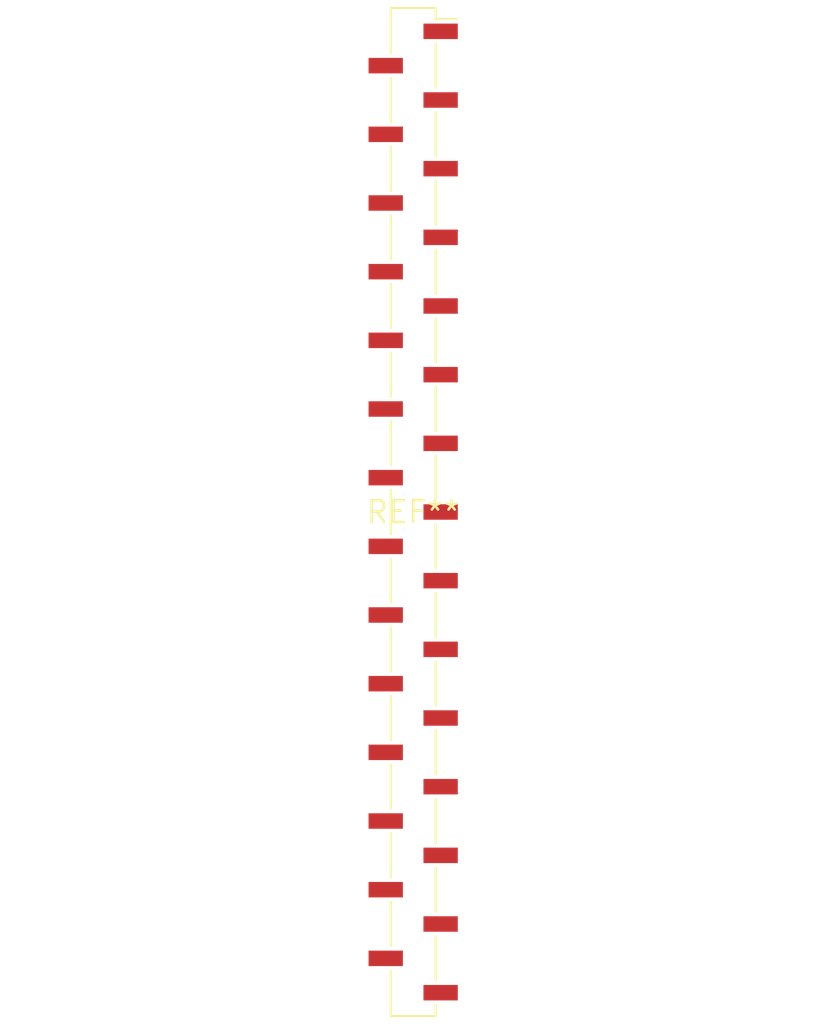
<source format=kicad_pcb>
(kicad_pcb (version 20240108) (generator pcbnew)
  (layers (0 "F.Cu" signal) (31 "B.Cu" signal) (34 "B.Paste" user) (35 "F.Paste" user) (36 "B.SilkS" user "B.Silkscreen") (37 "F.SilkS" user "F.Silkscreen") (38 "B.Mask" user) (39 "F.Mask" user) (44 "Edge.Cuts" user))
  (net 0 "")
  (footprint "PinSocket_1x29_P2.00mm_Vertical_SMD_Pin1Right" (layer "F.Cu") (at 0 0)
    (property "Reference" "REF**")
    (property "Value" "PinSocket_1x29_P2.00mm_Vertical_SMD_Pin1Right")
    (fp_line (start -1.31 -29.36) (end -1.31 -26.71) (layer "F.SilkS") (stroke (width 0.12)))
    (fp_line (start -1.31 -29.36) (end 1.31 -29.36) (layer "F.SilkS") (stroke (width 0.12)))
    (fp_line (start -1.31 -25.29) (end -1.31 -22.71) (layer "F.SilkS") (stroke (width 0.12)))
    (fp_line (start -1.31 -21.29) (end -1.31 -18.71) (layer "F.SilkS") (stroke (width 0.12)))
    (fp_line (start -1.31 -17.29) (end -1.31 -14.71) (layer "F.SilkS") (stroke (width 0.12)))
    (fp_line (start -1.31 -13.29) (end -1.31 -10.71) (layer "F.SilkS") (stroke (width 0.12)))
    (fp_line (start -1.31 -9.29) (end -1.31 -6.71) (layer "F.SilkS") (stroke (width 0.12)))
    (fp_line (start -1.31 -5.29) (end -1.31 -2.71) (layer "F.SilkS") (stroke (width 0.12)))
    (fp_line (start -1.31 -1.29) (end -1.31 1.29) (layer "F.SilkS") (stroke (width 0.12)))
    (fp_line (start -1.31 2.71) (end -1.31 5.29) (layer "F.SilkS") (stroke (width 0.12)))
    (fp_line (start -1.31 6.71) (end -1.31 9.29) (layer "F.SilkS") (stroke (width 0.12)))
    (fp_line (start -1.31 10.71) (end -1.31 13.29) (layer "F.SilkS") (stroke (width 0.12)))
    (fp_line (start -1.31 14.71) (end -1.31 17.29) (layer "F.SilkS") (stroke (width 0.12)))
    (fp_line (start -1.31 18.71) (end -1.31 21.29) (layer "F.SilkS") (stroke (width 0.12)))
    (fp_line (start -1.31 22.71) (end -1.31 25.29) (layer "F.SilkS") (stroke (width 0.12)))
    (fp_line (start -1.31 26.71) (end -1.31 29.36) (layer "F.SilkS") (stroke (width 0.12)))
    (fp_line (start -1.31 29.36) (end 1.31 29.36) (layer "F.SilkS") (stroke (width 0.12)))
    (fp_line (start 1.31 -29.36) (end 1.31 -28.71) (layer "F.SilkS") (stroke (width 0.12)))
    (fp_line (start 1.31 -28.71) (end 2.54 -28.71) (layer "F.SilkS") (stroke (width 0.12)))
    (fp_line (start 1.31 -27.29) (end 1.31 -24.71) (layer "F.SilkS") (stroke (width 0.12)))
    (fp_line (start 1.31 -23.29) (end 1.31 -20.71) (layer "F.SilkS") (stroke (width 0.12)))
    (fp_line (start 1.31 -19.29) (end 1.31 -16.71) (layer "F.SilkS") (stroke (width 0.12)))
    (fp_line (start 1.31 -15.29) (end 1.31 -12.71) (layer "F.SilkS") (stroke (width 0.12)))
    (fp_line (start 1.31 -11.29) (end 1.31 -8.71) (layer "F.SilkS") (stroke (width 0.12)))
    (fp_line (start 1.31 -7.29) (end 1.31 -4.71) (layer "F.SilkS") (stroke (width 0.12)))
    (fp_line (start 1.31 -3.29) (end 1.31 -0.71) (layer "F.SilkS") (stroke (width 0.12)))
    (fp_line (start 1.31 0.71) (end 1.31 3.29) (layer "F.SilkS") (stroke (width 0.12)))
    (fp_line (start 1.31 4.71) (end 1.31 7.29) (layer "F.SilkS") (stroke (width 0.12)))
    (fp_line (start 1.31 8.71) (end 1.31 11.29) (layer "F.SilkS") (stroke (width 0.12)))
    (fp_line (start 1.31 12.71) (end 1.31 15.29) (layer "F.SilkS") (stroke (width 0.12)))
    (fp_line (start 1.31 16.71) (end 1.31 19.29) (layer "F.SilkS") (stroke (width 0.12)))
    (fp_line (start 1.31 20.71) (end 1.31 23.29) (layer "F.SilkS") (stroke (width 0.12)))
    (fp_line (start 1.31 24.71) (end 1.31 27.29) (layer "F.SilkS") (stroke (width 0.12)))
    (fp_line (start 1.31 28.71) (end 1.31 29.36) (layer "F.SilkS") (stroke (width 0.12)))
    (pad "1" smd rect (at 1.6 -28) (size 2 0.9) (layers "F.Cu" "F.Paste" "F.Mask"))
    (pad "2" smd rect (at -1.6 -26) (size 2 0.9) (layers "F.Cu" "F.Paste" "F.Mask"))
    (pad "3" smd rect (at 1.6 -24) (size 2 0.9) (layers "F.Cu" "F.Paste" "F.Mask"))
    (pad "4" smd rect (at -1.6 -22) (size 2 0.9) (layers "F.Cu" "F.Paste" "F.Mask"))
    (pad "5" smd rect (at 1.6 -20) (size 2 0.9) (layers "F.Cu" "F.Paste" "F.Mask"))
    (pad "6" smd rect (at -1.6 -18) (size 2 0.9) (layers "F.Cu" "F.Paste" "F.Mask"))
    (pad "7" smd rect (at 1.6 -16) (size 2 0.9) (layers "F.Cu" "F.Paste" "F.Mask"))
    (pad "8" smd rect (at -1.6 -14) (size 2 0.9) (layers "F.Cu" "F.Paste" "F.Mask"))
    (pad "9" smd rect (at 1.6 -12) (size 2 0.9) (layers "F.Cu" "F.Paste" "F.Mask"))
    (pad "10" smd rect (at -1.6 -10) (size 2 0.9) (layers "F.Cu" "F.Paste" "F.Mask"))
    (pad "11" smd rect (at 1.6 -8) (size 2 0.9) (layers "F.Cu" "F.Paste" "F.Mask"))
    (pad "12" smd rect (at -1.6 -6) (size 2 0.9) (layers "F.Cu" "F.Paste" "F.Mask"))
    (pad "13" smd rect (at 1.6 -4) (size 2 0.9) (layers "F.Cu" "F.Paste" "F.Mask"))
    (pad "14" smd rect (at -1.6 -2) (size 2 0.9) (layers "F.Cu" "F.Paste" "F.Mask"))
    (pad "15" smd rect (at 1.6 0) (size 2 0.9) (layers "F.Cu" "F.Paste" "F.Mask"))
    (pad "16" smd rect (at -1.6 2) (size 2 0.9) (layers "F.Cu" "F.Paste" "F.Mask"))
    (pad "17" smd rect (at 1.6 4) (size 2 0.9) (layers "F.Cu" "F.Paste" "F.Mask"))
    (pad "18" smd rect (at -1.6 6) (size 2 0.9) (layers "F.Cu" "F.Paste" "F.Mask"))
    (pad "19" smd rect (at 1.6 8) (size 2 0.9) (layers "F.Cu" "F.Paste" "F.Mask"))
    (pad "20" smd rect (at -1.6 10) (size 2 0.9) (layers "F.Cu" "F.Paste" "F.Mask"))
    (pad "21" smd rect (at 1.6 12) (size 2 0.9) (layers "F.Cu" "F.Paste" "F.Mask"))
    (pad "22" smd rect (at -1.6 14) (size 2 0.9) (layers "F.Cu" "F.Paste" "F.Mask"))
    (pad "23" smd rect (at 1.6 16) (size 2 0.9) (layers "F.Cu" "F.Paste" "F.Mask"))
    (pad "24" smd rect (at -1.6 18) (size 2 0.9) (layers "F.Cu" "F.Paste" "F.Mask"))
    (pad "25" smd rect (at 1.6 20) (size 2 0.9) (layers "F.Cu" "F.Paste" "F.Mask"))
    (pad "26" smd rect (at -1.6 22) (size 2 0.9) (layers "F.Cu" "F.Paste" "F.Mask"))
    (pad "27" smd rect (at 1.6 24) (size 2 0.9) (layers "F.Cu" "F.Paste" "F.Mask"))
    (pad "28" smd rect (at -1.6 26) (size 2 0.9) (layers "F.Cu" "F.Paste" "F.Mask"))
    (pad "29" smd rect (at 1.6 28) (size 2 0.9) (layers "F.Cu" "F.Paste" "F.Mask"))
  )
)
</source>
